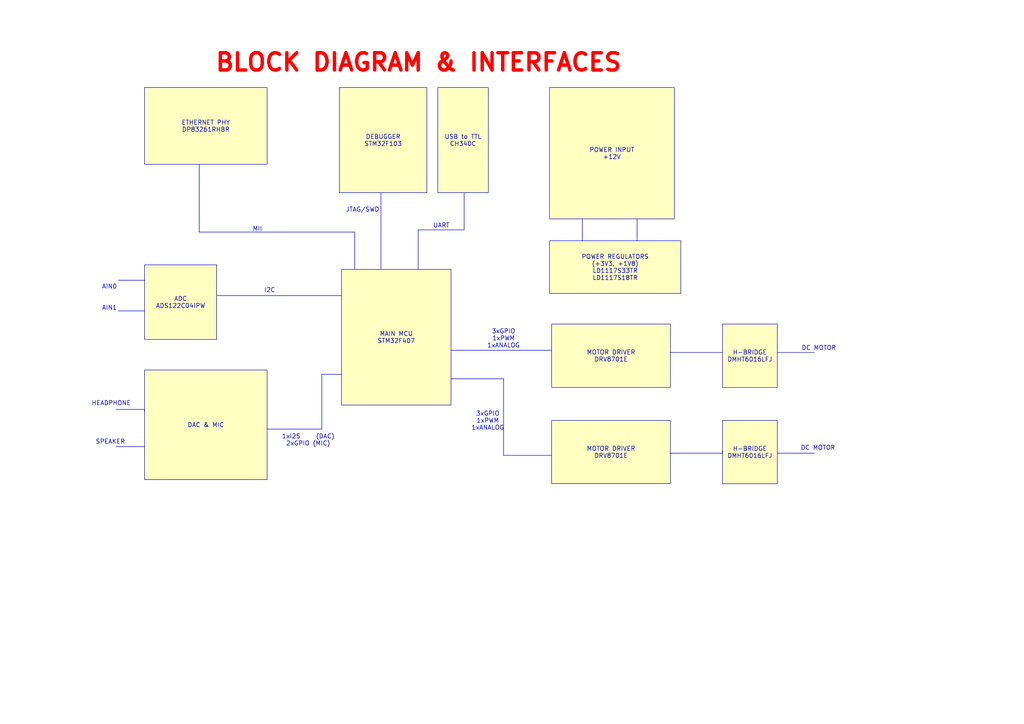
<source format=kicad_sch>
(kicad_sch
	(version 20231120)
	(generator "eeschema")
	(generator_version "8.0")
	(uuid "4958fe52-0da4-46c9-91c3-f0e499908d9d")
	(paper "A4")
	(title_block
		(title "Mixed Signal Board Project")
		(date "2024-06-24")
		(rev "V1.0")
		(company "open source")
		(comment 1 "this project for learning purposes")
	)
	(lib_symbols)
	(polyline
		(pts
			(xy 34.29 90.17) (xy 41.91 90.17)
		)
		(stroke
			(width 0)
			(type default)
		)
		(uuid "02c85740-d06b-40bf-ae0d-5db5523c9847")
	)
	(polyline
		(pts
			(xy 62.865 85.09) (xy 62.865 85.725)
		)
		(stroke
			(width 0)
			(type default)
		)
		(uuid "0a9d7a49-6a9c-4bf1-82e6-0cd22a6944c5")
	)
	(polyline
		(pts
			(xy 77.47 124.46) (xy 93.345 124.46)
		)
		(stroke
			(width 0)
			(type default)
		)
		(uuid "2717054f-a9a8-47c1-afd5-8b1e4a4b7d5b")
	)
	(polyline
		(pts
			(xy 130.81 109.855) (xy 146.05 109.855)
		)
		(stroke
			(width 0)
			(type default)
		)
		(uuid "2e3b75f4-f757-4a42-b990-73b2b28ccf62")
	)
	(polyline
		(pts
			(xy 146.05 132.08) (xy 160.02 132.08)
		)
		(stroke
			(width 0)
			(type default)
		)
		(uuid "304f39e2-0485-4b68-a18d-8a3d6ed00891")
	)
	(polyline
		(pts
			(xy 33.655 129.54) (xy 41.91 129.54)
		)
		(stroke
			(width 0)
			(type default)
		)
		(uuid "366c8c85-ae26-460c-8a54-2686afb5fdc5")
	)
	(polyline
		(pts
			(xy 99.06 85.725) (xy 62.865 85.725)
		)
		(stroke
			(width 0)
			(type default)
		)
		(uuid "3d15f7c6-8b2f-430f-a1fa-93d1582c829e")
	)
	(polyline
		(pts
			(xy 134.62 55.88) (xy 134.62 66.675)
		)
		(stroke
			(width 0)
			(type default)
		)
		(uuid "40c13fdc-d2d2-4b52-a024-a4dcc4cff6a2")
	)
	(polyline
		(pts
			(xy 121.285 66.675) (xy 134.62 66.675)
		)
		(stroke
			(width 0)
			(type default)
		)
		(uuid "44ba3640-d544-4d21-bbc7-c489b69a83e5")
	)
	(polyline
		(pts
			(xy 102.87 67.31) (xy 57.785 67.31)
		)
		(stroke
			(width 0)
			(type default)
		)
		(uuid "4d382e65-7e45-46f0-b361-2710742a81bf")
	)
	(polyline
		(pts
			(xy 93.345 108.585) (xy 93.345 124.46)
		)
		(stroke
			(width 0)
			(type default)
		)
		(uuid "53738734-4d05-4cf5-b93e-a441049de570")
	)
	(polyline
		(pts
			(xy 99.06 108.585) (xy 93.345 108.585)
		)
		(stroke
			(width 0)
			(type default)
		)
		(uuid "5fc3a83a-0dca-4e7d-a415-dcde4c8d1c7b")
	)
	(polyline
		(pts
			(xy 194.31 102.235) (xy 209.55 102.235)
		)
		(stroke
			(width 0)
			(type default)
		)
		(uuid "6d709b85-d12e-43bf-acb6-10c213f35c00")
	)
	(polyline
		(pts
			(xy 194.31 131.445) (xy 209.55 131.445)
		)
		(stroke
			(width 0)
			(type default)
		)
		(uuid "76d326ec-96b7-41b3-afd9-4c94d1030a41")
	)
	(polyline
		(pts
			(xy 34.29 81.28) (xy 41.91 81.28)
		)
		(stroke
			(width 0)
			(type default)
		)
		(uuid "7ceca2b8-d3cc-4f03-9890-ed1edfbf5cc3")
	)
	(polyline
		(pts
			(xy 110.49 55.88) (xy 110.49 78.105)
		)
		(stroke
			(width 0)
			(type default)
		)
		(uuid "7fef005f-e94a-42cb-8e2f-67e7a7efb2d5")
	)
	(polyline
		(pts
			(xy 121.285 78.105) (xy 121.285 66.675)
		)
		(stroke
			(width 0)
			(type default)
		)
		(uuid "88d3a766-5247-436e-a817-b2331955c7ea")
	)
	(polyline
		(pts
			(xy 146.05 109.855) (xy 146.05 132.08)
		)
		(stroke
			(width 0)
			(type default)
		)
		(uuid "8dd2a28b-6ce7-47da-8608-c2cc5a8c0f51")
	)
	(polyline
		(pts
			(xy 57.785 47.625) (xy 57.785 67.31)
		)
		(stroke
			(width 0)
			(type default)
		)
		(uuid "9597b1f9-a2b1-43f2-83a8-8bff9367b15c")
	)
	(polyline
		(pts
			(xy 33.655 118.745) (xy 41.91 118.745)
		)
		(stroke
			(width 0)
			(type default)
		)
		(uuid "9cdf7f1e-55e5-46c9-8b21-191f8dfc79b4")
	)
	(polyline
		(pts
			(xy 225.425 131.445) (xy 236.22 131.445)
		)
		(stroke
			(width 0)
			(type default)
		)
		(uuid "a0f6d290-e1fd-4645-82d7-576f2e75ce24")
	)
	(polyline
		(pts
			(xy 41.91 118.745) (xy 41.91 119.38)
		)
		(stroke
			(width 0)
			(type default)
		)
		(uuid "b36196b2-6a47-4892-818a-0ee664dfa87c")
	)
	(polyline
		(pts
			(xy 102.87 78.105) (xy 102.87 67.31)
		)
		(stroke
			(width 0)
			(type default)
		)
		(uuid "b3cbecea-7e04-4006-b98c-76f5eff6bee8")
	)
	(polyline
		(pts
			(xy 168.91 63.5) (xy 168.91 69.85)
		)
		(stroke
			(width 0)
			(type default)
		)
		(uuid "c664bd33-5963-4d24-91e6-93154af45c54")
	)
	(polyline
		(pts
			(xy 225.425 102.235) (xy 236.22 102.235)
		)
		(stroke
			(width 0)
			(type default)
		)
		(uuid "cfe18f4e-693f-4812-8cab-a8322cb500c8")
	)
	(polyline
		(pts
			(xy 184.785 63.5) (xy 184.785 69.85)
		)
		(stroke
			(width 0)
			(type default)
		)
		(uuid "d1545fce-5209-4406-bd1a-552437508c72")
	)
	(polyline
		(pts
			(xy 209.55 130.81) (xy 209.55 131.445)
		)
		(stroke
			(width 0)
			(type default)
		)
		(uuid "e469dac1-1390-4fca-8f21-8a35b098fcb2")
	)
	(polyline
		(pts
			(xy 130.81 101.6) (xy 160.02 101.6)
		)
		(stroke
			(width 0)
			(type default)
		)
		(uuid "e9067449-b77a-4bde-b457-70ff237c7f77")
	)
	(text_box "MAIN MCU\nSTM32F407"
		(exclude_from_sim no)
		(at 99.06 78.105 0)
		(size 31.75 39.37)
		(stroke
			(width 0)
			(type default)
		)
		(fill
			(type color)
			(color 255 255 194 1)
		)
		(effects
			(font
				(size 1.27 1.27)
			)
		)
		(uuid "0d26aacc-60b8-4903-9e9a-eedc9f937bc6")
	)
	(text_box "POWER REGULATORS\n(+3V3, +1V8)\nLD1117S33TR\nLD1117S18TR"
		(exclude_from_sim no)
		(at 159.385 69.85 0)
		(size 38.1 15.24)
		(stroke
			(width 0)
			(type default)
		)
		(fill
			(type color)
			(color 255 255 194 1)
		)
		(effects
			(font
				(size 1.27 1.27)
			)
		)
		(uuid "0f0e87b0-6c28-4e53-a91b-84755c147a49")
	)
	(text_box "USB to TTL\nCH340C"
		(exclude_from_sim no)
		(at 127 25.4 0)
		(size 14.605 30.48)
		(stroke
			(width 0)
			(type default)
		)
		(fill
			(type color)
			(color 255 255 194 1)
		)
		(effects
			(font
				(size 1.27 1.27)
			)
		)
		(uuid "2aef6fd6-cf19-4c40-9407-6c8ae11269eb")
	)
	(text_box "H-BRIDGE\nDMHT6016LFJ\n"
		(exclude_from_sim no)
		(at 209.55 121.92 0)
		(size 15.875 18.415)
		(stroke
			(width 0)
			(type default)
		)
		(fill
			(type color)
			(color 255 255 194 1)
		)
		(effects
			(font
				(size 1.27 1.27)
			)
		)
		(uuid "39d8e940-8552-45d5-b294-0540eec7b716")
	)
	(text_box "ETHERNET PHY\nDP83261RHBR"
		(exclude_from_sim no)
		(at 41.91 25.4 0)
		(size 35.56 22.225)
		(stroke
			(width 0)
			(type default)
		)
		(fill
			(type color)
			(color 255 255 194 1)
		)
		(effects
			(font
				(size 1.27 1.27)
			)
		)
		(uuid "3b7f0987-ec9a-4bea-a53c-c5f2833b6ec5")
	)
	(text_box "POWER INPUT\n+12V"
		(exclude_from_sim no)
		(at 159.385 25.4 0)
		(size 36.195 38.1)
		(stroke
			(width 0)
			(type default)
		)
		(fill
			(type color)
			(color 255 255 194 1)
		)
		(effects
			(font
				(size 1.27 1.27)
			)
		)
		(uuid "4bbcafa0-cf53-497f-85c6-0b31072b49f9")
	)
	(text_box "MOTOR DRIVER\nDRV8701E"
		(exclude_from_sim no)
		(at 160.02 93.98 0)
		(size 34.401 18.3667)
		(stroke
			(width 0)
			(type default)
		)
		(fill
			(type color)
			(color 255 255 194 1)
		)
		(effects
			(font
				(size 1.27 1.27)
			)
		)
		(uuid "4efbf2fc-b10b-40ff-a90d-ed18e8dc2936")
	)
	(text_box "DEBUGGER\nSTM32F103"
		(exclude_from_sim no)
		(at 98.425 25.4 0)
		(size 25.4 30.48)
		(stroke
			(width 0)
			(type default)
		)
		(fill
			(type color)
			(color 255 255 194 1)
		)
		(effects
			(font
				(size 1.27 1.27)
			)
		)
		(uuid "704e7723-c66e-4765-8e1e-2367c1ad8d8f")
	)
	(text_box "DAC & MIC"
		(exclude_from_sim no)
		(at 41.91 107.315 0)
		(size 35.56 31.8055)
		(stroke
			(width 0)
			(type default)
		)
		(fill
			(type color)
			(color 255 255 194 1)
		)
		(effects
			(font
				(size 1.27 1.27)
			)
		)
		(uuid "79854ee4-9c78-492a-a221-a8fc360c465f")
	)
	(text_box "MOTOR DRIVER\nDRV8701E"
		(exclude_from_sim no)
		(at 160.02 121.92 0)
		(size 34.401 18.3667)
		(stroke
			(width 0)
			(type default)
		)
		(fill
			(type color)
			(color 255 255 194 1)
		)
		(effects
			(font
				(size 1.27 1.27)
			)
		)
		(uuid "7cb007ca-e354-4a63-a598-5d24174f1612")
	)
	(text_box "H-BRIDGE\nDMHT6016LFJ\n"
		(exclude_from_sim no)
		(at 209.55 93.98 0)
		(size 15.875 18.415)
		(stroke
			(width 0)
			(type default)
		)
		(fill
			(type color)
			(color 255 255 194 1)
		)
		(effects
			(font
				(size 1.27 1.27)
			)
		)
		(uuid "99da6446-fcdf-48df-827e-88ee15e1fd91")
	)
	(text_box "ADC\nADS122C04IPW"
		(exclude_from_sim no)
		(at 41.91 76.835 0)
		(size 20.955 21.59)
		(stroke
			(width 0)
			(type default)
		)
		(fill
			(type color)
			(color 255 255 194 1)
		)
		(effects
			(font
				(size 1.27 1.27)
			)
		)
		(uuid "cbc42497-4784-41d9-b7c1-afede801c698")
	)
	(text "I2C"
		(exclude_from_sim no)
		(at 78.232 84.328 0)
		(effects
			(font
				(size 1.27 1.27)
			)
		)
		(uuid "1002a2e9-47e4-47fb-b6c9-0ab421e657fa")
	)
	(text "MII\n"
		(exclude_from_sim no)
		(at 74.676 66.548 0)
		(effects
			(font
				(size 1.27 1.27)
			)
		)
		(uuid "306acdf1-236d-457f-bdaa-b57ab607c04a")
	)
	(text "HEADPHONE\n"
		(exclude_from_sim no)
		(at 32.258 117.094 0)
		(effects
			(font
				(size 1.27 1.27)
			)
		)
		(uuid "32c41556-276f-43f9-ab10-5ed1d17a8dcd")
	)
	(text "3xGPIO\n1xPWM\n1xANALOG"
		(exclude_from_sim no)
		(at 141.478 122.174 0)
		(effects
			(font
				(size 1.27 1.27)
			)
		)
		(uuid "3cbbf6f5-53a7-4150-ba74-a01b36bdbc4a")
	)
	(text "UART\n"
		(exclude_from_sim no)
		(at 128.016 65.532 0)
		(effects
			(font
				(size 1.27 1.27)
			)
		)
		(uuid "4b080de3-3416-4290-b04f-fd2a7ba2eaf7")
	)
	(text "SPEAKER\n\n"
		(exclude_from_sim no)
		(at 32.004 129.286 0)
		(effects
			(font
				(size 1.27 1.27)
			)
		)
		(uuid "57930348-1185-4a70-9962-7ee4bdb38a2c")
	)
	(text "AIN0\n\n\nAIN1\n"
		(exclude_from_sim no)
		(at 31.75 86.36 0)
		(effects
			(font
				(size 1.27 1.27)
			)
		)
		(uuid "58dfb27b-7e8e-4211-8c9e-fdb99d0091d4")
	)
	(text "3xGPIO\n1xPWM\n1xANALOG"
		(exclude_from_sim no)
		(at 146.05 98.298 0)
		(effects
			(font
				(size 1.27 1.27)
			)
		)
		(uuid "97edd0be-0b9f-47a1-bc30-b9b1560ce08d")
	)
	(text "1xI2S	(DAC)\n2xGPIO (MIC)"
		(exclude_from_sim no)
		(at 89.408 127.762 0)
		(effects
			(font
				(size 1.27 1.27)
			)
		)
		(uuid "c130c984-c448-429c-aac7-a09e467e3c26")
	)
	(text "JTAG/SWD"
		(exclude_from_sim no)
		(at 105.156 60.96 0)
		(effects
			(font
				(size 1.27 1.27)
			)
		)
		(uuid "d272bce2-963a-4d17-950d-1b1b66540bb3")
	)
	(text "DC MOTOR"
		(exclude_from_sim no)
		(at 237.236 130.048 0)
		(effects
			(font
				(size 1.27 1.27)
			)
		)
		(uuid "d5c0355e-11cd-40d9-a4fe-d34cf722d071")
	)
	(text "DC MOTOR"
		(exclude_from_sim no)
		(at 237.49 101.092 0)
		(effects
			(font
				(size 1.27 1.27)
			)
		)
		(uuid "f24c49b6-5b57-4395-97ea-13fb39a359ed")
	)
	(text "BLOCK DIAGRAM & INTERFACES"
		(exclude_from_sim no)
		(at 121.412 18.288 0)
		(effects
			(font
				(size 5 5)
				(thickness 1)
				(bold yes)
				(color 255 0 0 1)
			)
		)
		(uuid "f75432d8-6f70-42d3-9a67-948435cda834")
	)
)

</source>
